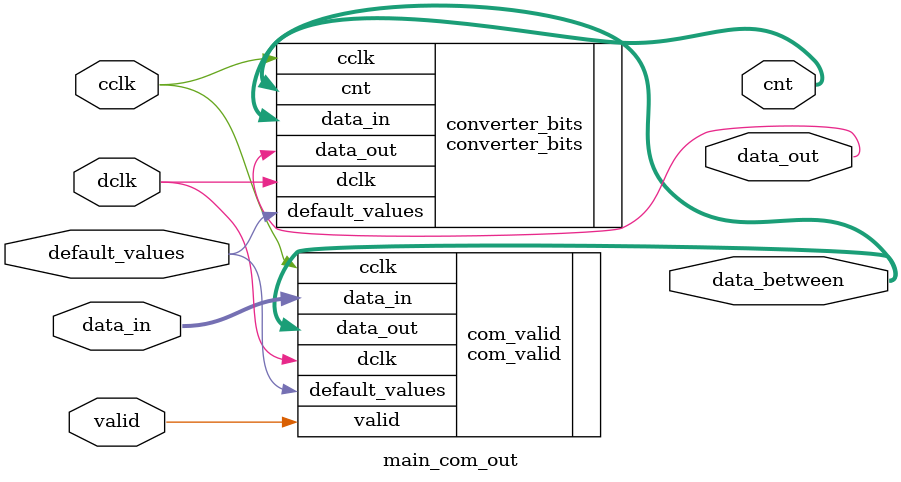
<source format=v>
`include "converter_bits.v"
`include "com_valid.v"

module main_com_out(
	input					cclk,
	input					dclk,
	input					valid,
	input					default_values,
	input [7:0] 			data_in,
	output [7:0]			data_between,
	output 					data_out,
	output [2:0]			cnt
	);


	com_valid com_valid (
				.cclk (cclk),
				.dclk	(dclk),
				.valid (valid),
				.data_in (data_in),
				.data_out (data_between),
				.default_values (default_values)
	);


   converter_bits converter_bits (
		    .cclk (cclk),
		    .dclk (dclk),
		    .data_in (data_between),
		    .data_out (data_out),
		    .default_values (default_values),
		    .cnt (cnt)
	);



   
endmodule // BancoPruebas

</source>
